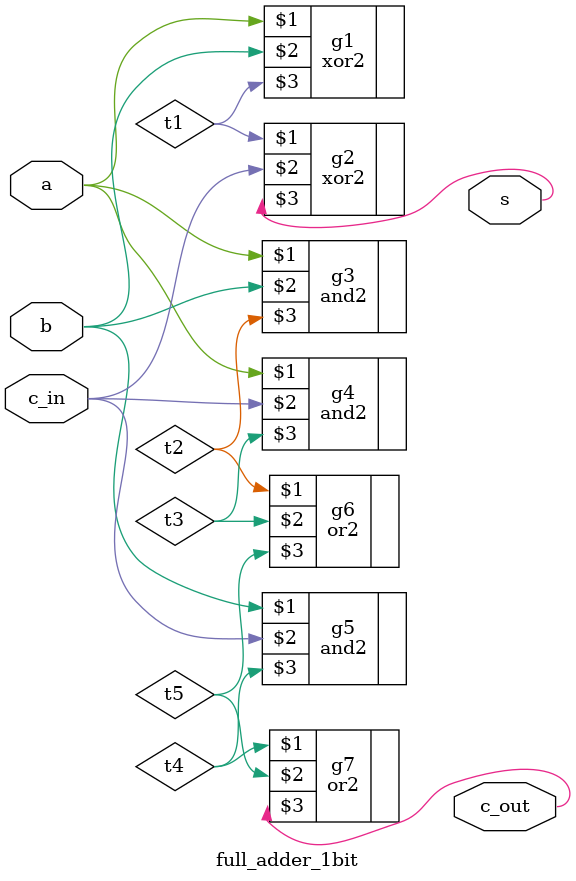
<source format=sv>
module full_adder_1bit(input logic a,
                       input logic b,
		       input logic c_in,
                       output logic s,
	               output logic c_out);
    logic t1, t2, t3, t4, t5;

    // circuit for sum bit
    xor2 g1(a, b, t1);
    xor2 g2(t1, c_in, s);

    // circuit for c_out
    and2 g3(a, b, t2);
    and2 g4(a, c_in, t3);
    and2 g5(b, c_in, t4);
    or2  g6(t2, t3, t5);
    or2  g7(t4, t5, c_out);
endmodule


</source>
